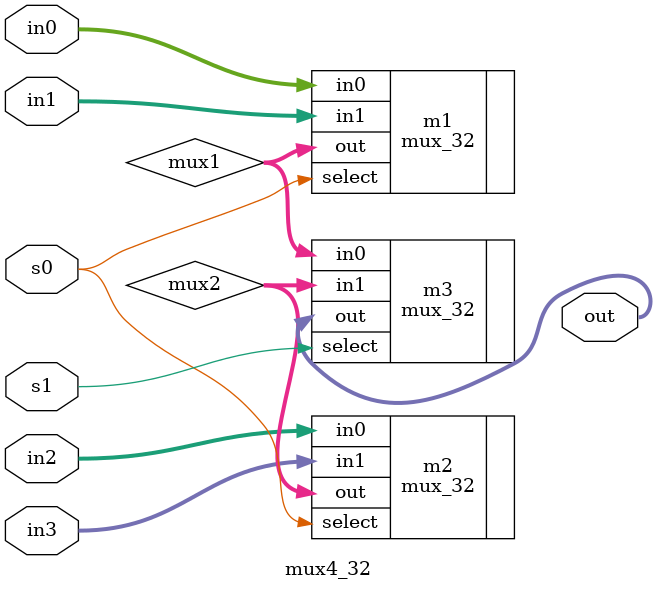
<source format=v>
module mux4_32(s0, s1, in0, in1, in2, in3, out);
	input s0,s1;
	input [31:0] in0, in1,in2,in3;
	output [31:0] out;
	wire [31:0] mux1, mux2;
	mux_32 m1(.select(s0), .in0(in0), .in1(in1), .out(mux1));
	mux_32 m2(.select(s0), .in0(in2), .in1(in3), .out(mux2));
	mux_32 m3(.select(s1), .in0(mux1), .in1(mux2), .out(out));
endmodule

</source>
